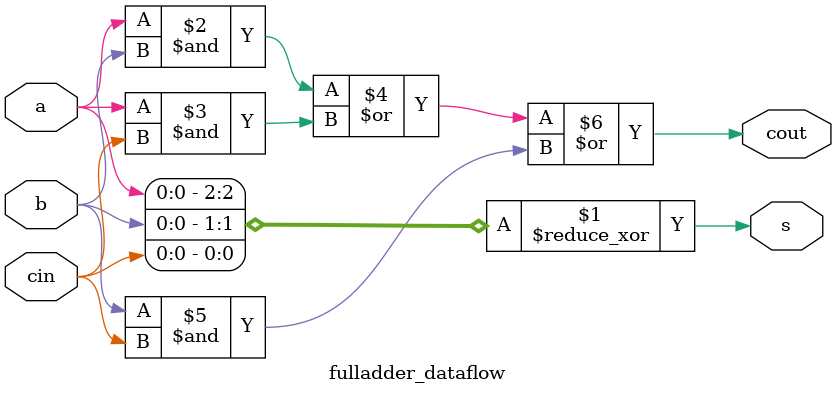
<source format=v>
`timescale 1ns / 1ps


module fulladder_dataflow(
    input wire b, // number 1
    input wire a, // number 2
    input wire cin,     // carry in 
    output wire s, // sum
    output wire cout // carry out
    );

// internal carries between full-adders
wire carry0, carry1, carry2;

// first full adder
assign s= ^{a, b, cin}; // xor reduction
assign cout = ( a & b ) | ( a & cin ) | ( b & cin );

endmodule

</source>
